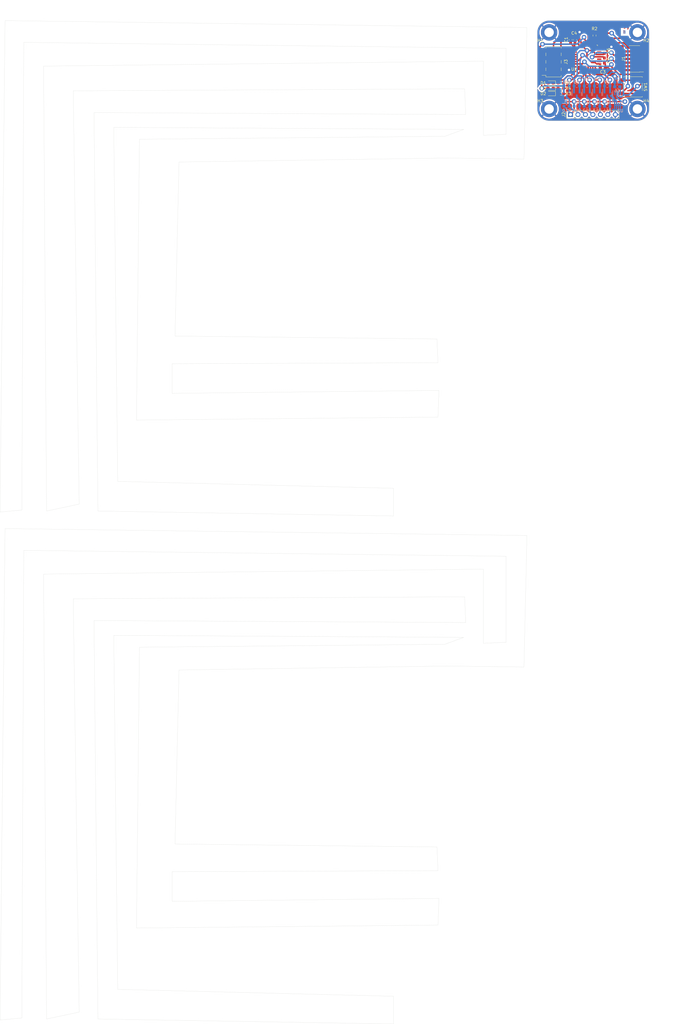
<source format=kicad_pcb>
(kicad_pcb (version 20221018) (generator pcbnew)
  (layers (0 "F.Cu" signal) (31 "B.Cu" signal) (34 "B.Paste" user) (35 "F.Paste" user) (36 "B.SilkS" user "B.Silkscreen") (37 "F.SilkS" user "F.Silkscreen") (38 "B.Mask" user) (39 "F.Mask" user) (44 "Edge.Cuts" user))
  (net 0 "")
  (net 1 "+5V-v2-")
  (net 2 "GND-v2-")
  (net 3 "+3.3V-v2-")
  (net 4 "Net-(D1-K)-v2-")
  (net 6 "Net-(D3-K)-v2-")
  (net 7 "Status_LED-v2-")
  (net 8 "Data_Clock_SNES-v2-")
  (net 9 "Data_Latch_SNES-v2-")
  (net 10 "Net-(D2-K)-v2-")
  (net 11 "Serial_Data1_SNES-v2-")
  (net 12 "Serial_Data2_SNES-v2-")
  (net 13 "SPI_Chip_Select-v2-")
  (net 14 "Chip_Enable-v2-")
  (net 15 "SPI_Digital_Input-v2-")
  (net 16 "SPI_Clock-v2-")
  (net 17 "SPI_Digital_Output-v2-")
  (net 18 "IOBit_SNES-v2-")
  (net 19 "Data_Clock_STM32-v2-")
  (net 20 "Data_Latch_STM32-v2-")
  (net 21 "Appairing_Btn-v2-")
  (net 22 "Net-(U2-BP)-v2-")
  (net 23 "SWDIO-v2-")
  (net 24 "SWDCK-v2-")
  (net 27 "NRST-v2-")
  (net 28 "USART2_RX-v2-")
  (net 29 "USART2_TX-v2-")
  (net 30 "Serial_Data1_STM32-v2-")
  (net 31 "IOBit_STM32-v2-")
  (net 32 "Serial_Data2_STM32-v2-")
  (footprint "Resistor_SMD:R_0603_1608Metric_Pad0.98x0.95mm_HandSolder" (layer "F.Cu") (at 203.17 6.32 90)
    (fp_text reference "R2")
    (fp_text value "10k")
  )
  (footprint "Capacitor_SMD:C_0603_1608Metric_Pad1.08x0.95mm_HandSolder" (layer "F.Cu") (at 195.05 7.75 90)
    (fp_text reference "C1")
    (fp_text value "10u")
  )
  (footprint "MountingHole:MountingHole_3.2mm_M3_DIN965_Pad" (layer "F.Cu") (at 187.75 31.25)
    (fp_text reference "H3")
    (fp_text value "MountingHole_Pad")
  )
  (footprint "Capacitor_SMD:C_0603_1608Metric_Pad1.08x0.95mm_HandSolder" (layer "F.Cu") (at 206.51 14.8025 90)
    (fp_text reference "C2")
    (fp_text value "100n")
  )
  (footprint "Connector_PinSocket_2.54mm:PinSocket_2x04_P2.54mm_Vertical_SMD" (layer "F.Cu") (at 189.25 15.25 180)
    (fp_text reference "J3")
    (fp_text value "Conn_01x08_Socket")
  )
  (footprint "MountingHole:MountingHole_3.2mm_M3_DIN965_Pad" (layer "F.Cu") (at 187.75 5.25)
    (fp_text reference "H1")
    (fp_text value "MountingHole_Pad")
  )
  (footprint "Button_Switch_SMD:SW_SPST_B3S-1000" (layer "F.Cu") (at 216.25 23.75 180)
    (fp_text reference "SW1")
    (fp_text value "SW_SPST")
  )
  (footprint "MountingHole:MountingHole_3.2mm_M3_DIN965_Pad" (layer "F.Cu") (at 217.75 31.25)
    (fp_text reference "H4")
    (fp_text value "MountingHole_Pad")
  )
  (footprint "Connector_PinHeader_1.27mm:PinHeader_2x07_P1.27mm_Vertical_SMD" (layer "F.Cu") (at 216.75 14.25 180)
    (fp_text reference "J1")
    (fp_text value "Conn_02x07_Odd_Even")
  )
  (footprint "Diode_SMD:D_0603_1608Metric_Pad1.05x0.95mm_HandSolder" (layer "F.Cu") (at 188.26875 26.05 180)
    (fp_text reference "D2")
    (fp_text value "LED_Small")
  )
  (footprint "Capacitor_SMD:C_0603_1608Metric_Pad1.08x0.95mm_HandSolder" (layer "F.Cu") (at 206.0025 17.19)
    (fp_text reference "C3")
    (fp_text value "100n")
  )
  (footprint "Diode_SMD:D_0603_1608Metric_Pad1.05x0.95mm_HandSolder" (layer "F.Cu") (at 188.26875 22.45 180)
    (fp_text reference "D1")
    (fp_text value "LED_Small")
  )
  (footprint "Diode_SMD:D_0603_1608Metric_Pad1.05x0.95mm_HandSolder" (layer "F.Cu") (at 188.26875 24.25 180)
    (fp_text reference "D3")
    (fp_text value "LED")
  )
  (footprint "Resistor_SMD:R_0603_1608Metric_Pad0.98x0.95mm_HandSolder" (layer "F.Cu") (at 191.76875 22.45)
    (fp_text reference "R1")
    (fp_text value "1k")
  )
  (footprint "Resistor_SMD:R_0603_1608Metric_Pad0.98x0.95mm_HandSolder" (layer "F.Cu") (at 191.76875 24.25)
    (fp_text reference "R4")
    (fp_text value "1k")
  )
  (footprint "MountingHole:MountingHole_3.2mm_M3_DIN965_Pad" (layer "F.Cu") (at 217.75 5.25)
    (fp_text reference "H2")
    (fp_text value "MountingHole_Pad")
  )
  (footprint "Package_QFP:LQFP-32_7x7mm_P0.8mm" (layer "F.Cu") (at 200.6 13.15 180)
    (fp_text reference "U1")
    (fp_text value "STM32L412KBTx")
  )
  (footprint "Connector_PinHeader_2.54mm:PinHeader_1x07_P2.54mm_Vertical" (layer "F.Cu") (at 195 33.15 90)
    (fp_text reference "J2")
    (fp_text value "Conn_01x07_Socket")
  )
  (footprint "Resistor_SMD:R_0603_1608Metric_Pad0.98x0.95mm_HandSolder" (layer "F.Cu") (at 191.76875 26.05)
    (fp_text reference "R3")
    (fp_text value "1k")
  )
  (footprint "Capacitor_SMD:C_0603_1608Metric_Pad1.08x0.95mm_HandSolder" (layer "F.Cu") (at 206.51 11.5 90)
    (fp_text reference "C5")
    (fp_text value "100n")
  )
  (footprint "Capacitor_SMD:C_0603_1608Metric_Pad1.08x0.95mm_HandSolder" (layer "F.Cu") (at 196.55 7.75 90)
    (fp_text reference "C4")
    (fp_text value "100n")
  )
  (footprint "Resistor_SMD:R_0603_1608Metric_Pad0.98x0.95mm_HandSolder" (layer "B.Cu") (at 200.6 23.45)
    (fp_text reference "R7")
    (fp_text value "10k")
  )
  (footprint "Package_TO_SOT_SMD:SOT-23" (layer "B.Cu") (at 204.05 26.15 -90)
    (fp_text reference "Q4")
    (fp_text value "2N7002")
  )
  (footprint "Resistor_SMD:R_0603_1608Metric_Pad0.98x0.95mm_HandSolder" (layer "B.Cu") (at 204.05 30.35)
    (fp_text reference "R13")
    (fp_text value "10k")
  )
  (footprint "Package_TO_SOT_SMD:SOT-23" (layer "B.Cu") (at 207.5 26.15 -90)
    (fp_text reference "Q5")
    (fp_text value "2N7002")
  )
  (footprint "Resistor_SMD:R_0603_1608Metric_Pad0.98x0.95mm_HandSolder" (layer "B.Cu") (at 197.15 30.35)
    (fp_text reference "R11")
    (fp_text value "10k")
  )
  (footprint "Package_TO_SOT_SMD:SOT-23" (layer "B.Cu") (at 200.6 26.15 -90)
    (fp_text reference "Q3")
    (fp_text value "2N7002")
  )
  (footprint "Resistor_SMD:R_0603_1608Metric_Pad0.98x0.95mm_HandSolder" (layer "B.Cu") (at 204.05 23.45)
    (fp_text reference "R8")
    (fp_text value "10k")
  )
  (footprint "Resistor_SMD:R_0603_1608Metric_Pad0.98x0.95mm_HandSolder" (layer "B.Cu") (at 200.6 30.35)
    (fp_text reference "R12")
    (fp_text value "10k")
  )
  (footprint "Resistor_SMD:R_0603_1608Metric_Pad0.98x0.95mm_HandSolder" (layer "B.Cu") (at 193.7 23.45)
    (fp_text reference "R5")
    (fp_text value "10k")
  )
  (footprint "Resistor_SMD:R_0603_1608Metric_Pad0.98x0.95mm_HandSolder" (layer "B.Cu") (at 193.7 30.35)
    (fp_text reference "R10")
    (fp_text value "10k")
  )
  (footprint "Capacitor_SMD:C_0603_1608Metric_Pad1.08x0.95mm_HandSolder" (layer "B.Cu") (at 210.9 23.7 180)
    (fp_text reference "C6")
    (fp_text value "470p")
  )
  (footprint "Package_TO_SOT_SMD:SOT-23" (layer "B.Cu") (at 193.7 26.15 -90)
    (fp_text reference "Q1")
    (fp_text value "2N7002")
  )
  (footprint "Package_SO:MSOP-8_3x3mm_P0.65mm" (layer "B.Cu") (at 211.0125 27.9 -90)
    (fp_text reference "U2")
    (fp_text value "MIC5219-3.3YMM")
  )
  (footprint "Resistor_SMD:R_0603_1608Metric_Pad0.98x0.95mm_HandSolder" (layer "B.Cu") (at 207.5 30.35)
    (fp_text reference "R14")
    (fp_text value "10k")
  )
  (footprint "Resistor_SMD:R_0603_1608Metric_Pad0.98x0.95mm_HandSolder" (layer "B.Cu") (at 197.15 23.45)
    (fp_text reference "R6")
    (fp_text value "10k")
  )
  (footprint "Package_TO_SOT_SMD:SOT-23" (layer "B.Cu") (at 197.15 26.15 -90)
    (fp_text reference "Q2")
    (fp_text value "2N7002")
  )
  (footprint "Resistor_SMD:R_0603_1608Metric_Pad0.98x0.95mm_HandSolder" (layer "B.Cu") (at 207.5 23.45)
    (fp_text reference "R9")
    (fp_text value "10k")
  )
  (footprint "Capacitor_SMD:C_0603_1608Metric_Pad1.08x0.95mm_HandSolder" (layer "B.Cu") (at 210.9 22.2 180)
    (fp_text reference "C7")
    (fp_text value "2.2u")
  )
  (gr_line (start 149.999937 308.38989) (end 150.329937 299.32989) (stroke (width 0.05)) (layer "Edge.Cuts"))
  (gr_line (start 41.209937 330.21989) (end 39.869937 210.00989) (stroke (width 0.05)) (layer "Edge.Cuts"))
  (gr_line (start 8.639937 167.44989) (end 9.309937 8.63989) (stroke (width 0.05)) (layer "Edge.Cuts"))
  (gr_line (start 149.659937 109.36989) (end 60.679937 108.35989) (stroke (width 0.05)) (layer "Edge.Cuts"))
  (gr_line (start 47.589937 309.39989) (end 149.999937 308.38989) (stroke (width 0.05)) (layer "Edge.Cuts"))
  (gr_line (start 62.029937 221.76989) (end 153.019937 220.41989) (stroke (width 0.05)) (layer "Edge.Cuts"))
  (gr_line (start 34.489937 167.78989) (end 134.889937 169.46989) (stroke (width 0.05)) (layer "Edge.Cuts"))
  (gr_line (start 9.309937 8.63989) (end 173.159937 10.64989) (stroke (width 0.05)) (layer "Edge.Cuts"))
  (gr_line (start 153.019937 220.41989) (end 179.209937 220.75989) (stroke (width 0.05)) (layer "Edge.Cuts"))
  (gr_line (start 173.159937 39.85989) (end 165.439937 40.19989) (stroke (width 0.05)) (layer "Edge.Cuts"))
  (gr_arc (start 183.75 5.25) (mid 184.921573 2.421573) (end 187.75 1.25) (stroke (width 0.1)) (layer "Edge.Cuts"))
  (gr_line (start 26.099937 25.08989) (end 159.059937 24.41989) (stroke (width 0.05)) (layer "Edge.Cuts"))
  (gr_arc (start 217.75 1.25) (mid 220.578427 2.421573) (end 221.75 5.25) (stroke (width 0.1)) (layer "Edge.Cuts"))
  (gr_line (start 8.639937 339.94989) (end 9.309937 181.13989) (stroke (width 0.05)) (layer "Edge.Cuts"))
  (gr_line (start 149.999937 289.92989) (end 149.659937 281.86989) (stroke (width 0.05)) (layer "Edge.Cuts"))
  (gr_line (start 59.679937 117.75989) (end 149.999937 117.42989) (stroke (width 0.05)) (layer "Edge.Cuts"))
  (gr_line (start 180.219937 3.59989) (end 2.929937 1.24989) (stroke (width 0.05)) (layer "Edge.Cuts"))
  (gr_line (start 149.999937 117.42989) (end 149.659937 109.36989) (stroke (width 0.05)) (layer "Edge.Cuts"))
  (gr_line (start 59.679937 290.25989) (end 149.999937 289.92989) (stroke (width 0.05)) (layer "Edge.Cuts"))
  (gr_line (start 134.889937 332.56989) (end 41.209937 330.21989) (stroke (width 0.05)) (layer "Edge.Cuts"))
  (gr_line (start 59.679937 127.82989) (end 59.679937 117.75989) (stroke (width 0.05)) (layer "Edge.Cuts"))
  (gr_line (start 173.159937 183.14989) (end 173.159937 212.35989) (stroke (width 0.05)) (layer "Edge.Cuts"))
  (gr_line (start 39.869937 210.00989) (end 158.729937 210.68989) (stroke (width 0.05)) (layer "Edge.Cuts"))
  (gr_line (start 48.599937 214.03989) (end 47.589937 309.39989) (stroke (width 0.05)) (layer "Edge.Cuts"))
  (gr_line (start 33.149937 204.97989) (end 34.489937 340.28989) (stroke (width 0.05)) (layer "Edge.Cuts"))
  (gr_line (start 152.349937 40.53989) (end 48.599937 41.53989) (stroke (width 0.05)) (layer "Edge.Cuts"))
  (gr_line (start 173.159937 10.64989) (end 173.159937 39.85989) (stroke (width 0.05)) (layer "Edge.Cuts"))
  (gr_line (start 159.059937 24.41989) (end 159.399937 33.14989) (stroke (width 0.05)) (layer "Edge.Cuts"))
  (gr_line (start 187.75 1.25) (end 217.75 1.25) (stroke (width 0.1)) (layer "Edge.Cuts"))
  (gr_line (start 16.029937 189.19989) (end 17.039937 340.28989) (stroke (width 0.05)) (layer "Edge.Cuts"))
  (gr_line (start 159.059937 196.91989) (end 159.399937 205.64989) (stroke (width 0.05)) (layer "Edge.Cuts"))
  (gr_line (start 28.119937 337.93989) (end 26.099937 197.58989) (stroke (width 0.05)) (layer "Edge.Cuts"))
  (gr_line (start 60.679937 108.35989) (end 62.029937 49.26989) (stroke (width 0.05)) (layer "Edge.Cuts"))
  (gr_line (start 134.889937 160.06989) (end 41.209937 157.71989) (stroke (width 0.05)) (layer "Edge.Cuts"))
  (gr_line (start 47.589937 136.89989) (end 149.999937 135.88989) (stroke (width 0.05)) (layer "Edge.Cuts"))
  (gr_line (start 179.209937 220.75989) (end 180.219937 176.09989) (stroke (width 0.05)) (layer "Edge.Cuts"))
  (gr_line (start 39.869937 37.50989) (end 158.729937 38.18989) (stroke (width 0.05)) (layer "Edge.Cuts"))
  (gr_line (start 28.119937 165.43989) (end 26.099937 25.08989) (stroke (width 0.05)) (layer "Edge.Cuts"))
  (gr_line (start 1.249937 168.12989) (end 8.639937 167.44989) (stroke (width 0.05)) (layer "Edge.Cuts"))
  (gr_line (start 17.039937 167.78989) (end 28.119937 165.43989) (stroke (width 0.05)) (layer "Edge.Cuts"))
  (gr_line (start 149.999937 135.88989) (end 150.329937 126.82989) (stroke (width 0.05)) (layer "Edge.Cuts"))
  (gr_line (start 41.209937 157.71989) (end 39.869937 37.50989) (stroke (width 0.05)) (layer "Edge.Cuts"))
  (gr_line (start 165.439937 15.01989) (end 16.029937 16.69989) (stroke (width 0.05)) (layer "Edge.Cuts"))
  (gr_line (start 165.439937 212.69989) (end 165.439937 187.51989) (stroke (width 0.05)) (layer "Edge.Cuts"))
  (gr_line (start 165.439937 40.19989) (end 165.439937 15.01989) (stroke (width 0.05)) (layer "Edge.Cuts"))
  (gr_line (start 48.599937 41.53989) (end 47.589937 136.89989) (stroke (width 0.05)) (layer "Edge.Cuts"))
  (gr_arc (start 221.75 31.25) (mid 220.578427 34.078427) (end 217.75 35.25) (stroke (width 0.1)) (layer "Edge.Cuts"))
  (gr_line (start 60.679937 280.85989) (end 62.029937 221.76989) (stroke (width 0.05)) (layer "Edge.Cuts"))
  (gr_line (start 17.039937 340.28989) (end 28.119937 337.93989) (stroke (width 0.05)) (layer "Edge.Cuts"))
  (gr_line (start 2.929937 1.24989) (end 1.249937 168.12989) (stroke (width 0.05)) (layer "Edge.Cuts"))
  (gr_line (start 2.929937 173.74989) (end 1.249937 340.62989) (stroke (width 0.05)) (layer "Edge.Cuts"))
  (gr_line (start 33.149937 32.47989) (end 34.489937 167.78989) (stroke (width 0.05)) (layer "Edge.Cuts"))
  (gr_line (start 150.329937 299.32989) (end 59.679937 300.32989) (stroke (width 0.05)) (layer "Edge.Cuts"))
  (gr_line (start 149.659937 281.86989) (end 60.679937 280.85989) (stroke (width 0.05)) (layer "Edge.Cuts"))
  (gr_line (start 159.399937 33.14989) (end 33.149937 32.47989) (stroke (width 0.05)) (layer "Edge.Cuts"))
  (gr_line (start 152.349937 213.03989) (end 48.599937 214.03989) (stroke (width 0.05)) (layer "Edge.Cuts"))
  (gr_line (start 183.75 31.25) (end 183.75 5.25) (stroke (width 0.1)) (layer "Edge.Cuts"))
  (gr_line (start 221.75 5.25) (end 221.75 31.25) (stroke (width 0.1)) (layer "Edge.Cuts"))
  (gr_line (start 26.099937 197.58989) (end 159.059937 196.91989) (stroke (width 0.05)) (layer "Edge.Cuts"))
  (gr_line (start 158.729937 210.68989) (end 152.349937 213.03989) (stroke (width 0.05)) (layer "Edge.Cuts"))
  (gr_line (start 134.889937 341.96989) (end 134.889937 332.56989) (stroke (width 0.05)) (layer "Edge.Cuts"))
  (gr_arc (start 187.75 35.25) (mid 184.921573 34.078427) (end 183.75 31.25) (stroke (width 0.1)) (layer "Edge.Cuts"))
  (gr_line (start 180.219937 176.09989) (end 2.929937 173.74989) (stroke (width 0.05)) (layer "Edge.Cuts"))
  (gr_line (start 34.489937 340.28989) (end 134.889937 341.96989) (stroke (width 0.05)) (layer "Edge.Cuts"))
  (gr_line (start 134.889937 169.46989) (end 134.889937 160.06989) (stroke (width 0.05)) (layer "Edge.Cuts"))
  (gr_line (start 165.439937 187.51989) (end 16.029937 189.19989) (stroke (width 0.05)) (layer "Edge.Cuts"))
  (gr_line (start 159.399937 205.64989) (end 33.149937 204.97989) (stroke (width 0.05)) (layer "Edge.Cuts"))
  (gr_line (start 9.309937 181.13989) (end 173.159937 183.14989) (stroke (width 0.05)) (layer "Edge.Cuts"))
  (gr_line (start 1.249937 340.62989) (end 8.639937 339.94989) (stroke (width 0.05)) (layer "Edge.Cuts"))
  (gr_line (start 158.729937 38.18989) (end 152.349937 40.53989) (stroke (width 0.05)) (layer "Edge.Cuts"))
  (gr_line (start 179.209937 48.25989) (end 180.219937 3.59989) (stroke (width 0.05)) (layer "Edge.Cuts"))
  (gr_line (start 16.029937 16.69989) (end 17.039937 167.78989) (stroke (width 0.05)) (layer "Edge.Cuts"))
  (gr_line (start 59.679937 300.32989) (end 59.679937 290.25989) (stroke (width 0.05)) (layer "Edge.Cuts"))
  (gr_line (start 217.75 35.25) (end 187.75 35.25) (stroke (width 0.1)) (layer "Edge.Cuts"))
  (gr_line (start 173.159937 212.35989) (end 165.439937 212.69989) (stroke (width 0.05)) (layer "Edge.Cuts"))
  (gr_line (start 62.029937 49.26989) (end 153.019937 47.91989) (stroke (width 0.05)) (layer "Edge.Cuts"))
  (gr_line (start 153.019937 47.91989) (end 179.209937 48.25989) (stroke (width 0.05)) (layer "Edge.Cuts"))
  (gr_line (start 150.329937 126.82989) (end 59.679937 127.82989) (stroke (width 0.05)) (layer "Edge.Cuts"))
  (gr_text "T" (at 212.75 5.75) (layer "F.Cu") (effects (font (size 1 1)) (justify left bottom)))
  (gr_text "SNES Plug" (at 205.75 3.75) (layer "F.Cu") (effects (font (size 1 1)) (justify left bottom)))
  (gr_text "B" (at 212.75 5.75) (layer "B.Cu") (effects (font (size 1 1)) (justify left bottom)))
  (segment (start 196.2375 28.75) (end 196.2375 31.9125) (width 0.5) (layer "F.Cu") (net 1))
  (segment (start 191.5 28.75) (end 196.2375 28.75) (width 0.5) (layer "F.Cu") (net 1))
  (segment (start 196.2375 28.75) (end 199.6875 28.75) (width 0.3) (layer "F.Cu") (net 1))
  (segment (start 206.5875 28.75) (end 213.5 28.75) (width 0.5) (layer "F.Cu") (net 1))
  (segment (start 203.1375 28.75) (end 206.5875 28.75) (width 0.5) (layer "F.Cu") (net 1))
  (segment (start 187.39375 26.05) (end 187.39375 26.084561) (width 0.5) (layer "F.Cu") (net 1))
  (segment (start 196.2375 31.9125) (end 195 33.15) (width 0.5) (layer "F.Cu") (net 1))
  (segment (start 188.809189 27.5) (end 190.25 27.5) (width 0.5) (layer "F.Cu") (net 1))
  (segment (start 203.1375 28.75) (end 199.6875 28.75) (width 0.5) (layer "F.Cu") (net 1))
  (segment (start 187.39375 26.084561) (end 188.809189 27.5) (width 0.5) (layer "F.Cu") (net 1))
  (segment (start 190.25 27.5) (end 191.5 28.75) (width 0.5) (layer "F.Cu") (net 1))
  (via (at 203.1375 28.75) (size 1.6) (drill 0.8) (layers "F.Cu" "B.Cu") (net 1))
  (via (at 206.5875 28.75) (size 1.6) (drill 0.8) (layers "F.Cu" "B.Cu") (net 1))
  (via (at 213.5 28.75) (size 1.6) (drill 0.8) (layers "F.Cu" "B.Cu") (net 1))
  (via (at 199.6875 28.75) (size 1.6) (drill 0.8) (layers "F.Cu" "B.Cu") (net 1))
  (via (at 196.2375 28.75) (size 1.6) (drill 0.8) (layers "F.Cu" "B.Cu") (net 1))
  (segment (start 203.1375 28.75) (end 203.1375 30.35) (width 0.5) (layer "B.Cu") (net 1))
  (segment (start 199.6875 28.75) (end 199.6875 30.35) (width 0.5) (layer "B.Cu") (net 1))
  (segment (start 195 33.15) (end 195 32.5625) (width 0.5) (layer "B.Cu") (net 1))
  (segment (start 210.6875 25.7875) (end 210.6875 27.230761) (width 0.3) (layer "B.Cu") (net 1))
  (segment (start 195 32.5625) (end 192.7875 30.35) (width 0.5) (layer "B.Cu") (net 1))
  (segment (start 213.5 28.75) (end 213.4 28.65) (width 0.5) (layer "B.Cu") (net 1))
  (segment (start 213.4 28.65) (end 212.106739 28.65) (width 0.5) (layer "B.Cu") (net 1))
  (segment (start 206.5875 28.75) (end 206.5875 30.35) (width 0.5) (layer "B.Cu") (net 1))
  (segment (start 196.2375 30.35) (end 196.2375 28.75) (width 0.5) (layer "B.Cu") (net 1))
  (segment (start 212.106739 28.65) (end 210.6875 27.230761) (width 0.5) (layer "B.Cu") (net 1))
  (segment (start 206.51 15.665) (end 206.51 15.591193) (width 0.5) (layer "F.Cu") (net 2))
  (segment (start 196.55 6.7) (end 198.1 5.15) (width 0.5) (layer "F.Cu") (net 2))
  (segment (start 195.05 6.8875) (end 196.55 6.8875) (width 0.5) (layer "F.Cu") (net 2))
  (segment (start 207.535 11.6625) (end 206.51 10.6375) (width 0.5) (layer "F.Cu") (net 2))
  (segment (start 205.84 18.215) (end 206.865 17.19) (width 0.5) (layer "F.Cu") (net 2))
  (segment (start 197.8 5.45) (end 197.8 8.975) (width 0.5) (layer "F.Cu") (net 2))
  (segment (start 206.51 15.591193) (end 207.535 14.566193) (width 0.5) (layer "F.Cu") (net 2))
  (segment (start 193.44 19.06) (end 191.77 19.06) (width 0.5) (layer "F.Cu") (net 2))
  (segment (start 208.899189 10.15) (end 208.411689 10.6375) (width 0.5) (layer "F.Cu") (net 2))
  (segment (start 206.865 16.02) (end 206.51 15.665) (width 0.5) (layer "F.Cu") (net 2))
  (segment (start 206.865 17.19) (end 206.865 16.02) (width 0.5) (layer "F.Cu") (net 2))
  (segment (start 203.4 17.325) (end 204.29 18.215) (width 0.5) (layer "F.Cu") (net 2))
  (segment (start 207.535 14.566193) (end 207.535 11.6625) (width 0.5) (layer "F.Cu") (net 2))
  (segment (start 198.1 5.15) (end 197.8 5.45) (width 0.5) (layer "F.Cu") (net 2))
  (segment (start 208.411689 10.6375) (end 206.51 10.6375) (width 0.5) (layer "F.Cu") (net 2))
  (segment (start 204.29 18.215) (end 205.84 18.215) (width 0.5) (layer "F.Cu") (net 2))
  (segment (start 196.55 6.8875) (end 196.55 6.7) (width 0.5) (layer "F.Cu") (net 2))
  (segment (start 194.5 18) (end 193.44 19.06) (width 0.5) (layer "F.Cu") (net 2))
  (via (at 198.1 5.15) (size 1.6) (drill 0.8) (layers "F.Cu" "B.Cu") (net 2))
  (via (at 194.5 18) (size 1.6) (drill 0.8) (layers "F.Cu" "B.Cu") (net 2))
  (via (at 210.0375 20.15) (size 1.6) (drill 0.8) (layers "F.Cu" "B.Cu") (net 2))
  (via (at 208.899189 10.15) (size 1.6) (drill 0.8) (layers "F.Cu" "B.Cu") (net 2))
  (segment (start 206.15 10.15) (end 201.15 5.15) (width 0.5) (layer "B.Cu") (net 2))
  (segment (start 210.0375 22.2) (end 210.0375 20.15) (width 0.5) (layer "B.Cu") (net 2))
  (segment (start 210.0375 22.2) (end 210.0375 23.7) (width 0.5) (layer "B.Cu") (net 2))
  (segment (start 201.15 5.15) (end 198.1 5.15) (width 0.5) (layer "B.Cu") (net 2))
  (segment (start 208.899189 10.15) (end 206.15 10.15) (width 0.5) (layer "B.Cu") (net 2))
  (segment (start 210.0375 20.1875) (end 210 20.15) (width 0.5) (layer "B.Cu") (net 2))
  (segment (start 217.75 23.5) (end 218.225 23.5) (width 0.5) (layer "F.Cu") (net 3))
  (segment (start 196.425 10.35) (end 196.425 8.7375) (width 0.5) (layer "F.Cu") (net 3))
  (segment (start 196.425 8.7375) (end 196.55 8.6125) (width 0.5) (layer "F.Cu") (net 3))
  (segment (start 220.75 20.975) (end 220.75 17.14) (width 0.5) (layer "F.Cu") (net 3))
  (segment (start 185.25 24.25) (end 185.25 20.54) (width 0.5) (layer "F.Cu") (net 3))
  (segment (start 203.870406 15.95) (end 203.420406 15.5) (width 0.5) (layer "F.Cu") (net 3))
  (segment (start 203.75 12.75) (end 202.4 11.4) (width 0.5) (layer "F.Cu") (net 3))
  (segment (start 220.225 21.5) (end 220.75 20.975) (width 0.5) (layer "F.Cu") (net 3))
  (segment (start 187.39375 24.25) (end 185.25 24.25) (width 0.5) (layer "F.Cu") (net 3))
  (segment (start 206.51 12.3625) (end 206.1225 12.75) (width 0.5) (layer "F.Cu") (net 3))
  (segment (start 204.775 15.95) (end 203.870406 15.95) (width 0.5) (layer "F.Cu") (net 3))
  (segment (start 203.420406 15.5) (end 202.290811 15.5) (width 0.5) (layer "F.Cu") (net 3))
  (segment (start 195.05 8.6125) (end 195.05 8.975) (width 0.5) (layer "F.Cu") (net 3))
  (segment (start 218.7 16.79) (end 220.4 16.79) (width 0.5) (layer "F.Cu") (net 3))
  (segment (start 220.4 16.79) (end 220.75 17.14) (width 0.5) (layer "F.Cu") (net 3))
  (segment (start 200.6 11.4) (end 199.55 10.35) (width 0.5) (layer "F.Cu") (net 3))
  (segment (start 212.275 21.5) (end 220.225 21.5) (width 0.5) (layer "F.Cu") (net 3))
  (segment (start 205.14 16.315) (end 204.775 15.95) (width 0.5) (layer "F.Cu") (net 3))
  (segment (start 202.290811 15.5) (end 200.6 13.809189) (width 0.5) (layer "F.Cu") (net 3))
  (segment (start 205.14 17.19) (end 205.14 16.315) (width 0.5) (layer "F.Cu") (net 3))
  (segment (start 199.55 10.35) (end 196.425 10.35) (width 0.5) (layer "F.Cu") (net 3))
  (segment (start 202.4 11.4) (end 200.6 11.4) (width 0.5) (layer "F.Cu") (net 3))
  (segment (start 218.225 23.5) (end 220.225 21.5) (width 0.5) (layer "F.Cu") (net 3))
  (segment (start 195.05 8.975) (end 196.425 10.35) (width 0.5) (layer "F.Cu") (net 3))
  (segment (start 206.1225 12.75) (end 204.775 12.75) (width 0.5) (layer "F.Cu") (net 3))
  (segment (start 204.775 12.75) (end 203.75 12.75) (width 0.5) (layer "F.Cu") (net 3))
  (segment (start 200.6 13.809189) (end 200.6 11.4) (width 0.5) (layer "F.Cu") (net 3))
  (segment (start 185.25 20.54) (end 186.73 19.06) (width 0.5) (layer "F.Cu") (net 3))
  (via (at 217.75 23.5) (size 1.6) (drill 0.8) (layers "F.Cu" "B.Cu") (net 3))
  (via (at 185.25 24.25) (size 1.6) (drill 0.8) (layers "F.Cu" "B.Cu") (net 3))
  (via (at 200.6 11.4) (size 1.6) (drill 0.8) (layers "F.Cu" "B.Cu") (net 3))
  (segment (start 192.7875 21.315811) (end 194.053311 20.05) (width 0.5) (layer "B.Cu") (net 3))
  (segment (start 192.7875 23.45) (end 192.7875 21.315811) (width 0.5) (layer "B.Cu") (net 3))
  (segment (start 206.5875 21.115811) (end 205.521689 20.05) (width 0.5) (layer "B.Cu") (net 3))
  (segment (start 199.65 25.2125) (end 199.65 23.4875) (width 0.5) (layer "B.Cu") (net 3))
  (segment (start 211.7625 19.965811) (end 210.596689 18.8) (width 0.5) (layer "B.Cu") (net 3))
  (segment (start 213 26.506739) (end 213 22.75) (width 0.5) (layer "B.Cu") (net 3))
  (segment (start 203.1 25.2125) (end 203.1 23.4875) (width 0.5) (layer "B.Cu") (net 3))
  (segment (start 204.203311 20.05) (end 203.1375 21.115811) (width 0.5) (layer "B.Cu") (net 3))
  (segment (start 211.3375 26.727817) (end 211.759683 27.15) (width 0.3) (layer "B.Cu") (net 3))
  (segment (start 185.25 24.25) (end 186.05 23.45) (width 0.5) (layer "B.Cu") (net 3))
  (segment (start 203.1375 21.115811) (end 203.1375 23.45) (width 0.5) (layer "B.Cu") (net 3))
  (segment (start 200.6 11.4) (end 198.35 11.4) (width 0.5) (layer "B.Cu") (net 3))
  (segment (start 192.75 25.2125) (end 192.75 23.4875) (width 0.5) (layer "B.Cu") (net 3))
  (segment (start 196.2375 21.115811) (end 196.2375 23.45) (width 0.5) (layer "B.Cu") (net 3))
  (segment (start 206.5875 23.45) (end 206.5875 21.115811) (width 0.5) (layer "B.Cu") (net 3))
  (segment (start 196.2 23.4875) (end 196.2375 23.45) (width 0.5) (layer "B.Cu") (net 3))
  (segment (start 214.743261 26.506739) (end 217.75 23.5) (width 0.5) (layer "B.Cu") (net 3))
  (segment (start 194.053311 20.05) (end 195.171689 20.05) (width 0.5) (layer "B.Cu") (net 3))
  (segment (start 210.596689 18.8) (end 208.903311 18.8) (width 0.5) (layer "B.Cu") (net 3))
  (segment (start 203.1 23.4875) (end 203.1375 23.45) (width 0.5) (layer "B.Cu") (net 3))
  (segment (start 186.05 23.45) (end 192.7875 23.45) (width 0.5) (layer "B.Cu") (net 3))
  (segment (start 212.45 22.2) (end 211.7625 22.2) (width 0.5) (layer "B.Cu") (net 3))
  (segment (start 198.35 11.4) (end 197.303311 12.446689) (width 0.5) (layer "B.Cu") (net 3))
  (segment (start 197.303311 12.446689) (end 197.303311 20.05) (width 0.5) (layer "B.Cu") (net 3))
  (segment (start 208.903311 18.8) (end 206.5875 21.115811) (width 0.5) (layer "B.Cu") (net 3))
  (segment (start 212.356739 27.15) (end 211.759683 27.15) (width 0.5) (layer "B.Cu") (net 3))
  (segment (start 200.753311 20.05) (end 202.071689 20.05) (width 0.5) (layer "B.Cu") (net 3))
  (segment (start 199.6875 23.45) (end 199.6875 21.115811) (width 0.5) (layer "B.Cu") (net 3))
  (segment (start 213 26.506739) (end 212.356739 27.15) (width 0.5) (layer "B.Cu") (net 3))
  (segment (start 199.6875 21.115811) (end 198.621689 20.05) (width 0.5) (layer "B.Cu") (net 3))
  (segment (start 199.65 23.4875) (end 199.6875 23.45) (width 0.5) (layer "B.Cu") (net 3))
  (segment (start 211.3375 25.7875) (end 211.3375 26.727817) (width 0.3) (layer "B.Cu") (net 3))
  (segment (start 206.55 23.4875) (end 206.5875 23.45) (width 0.5) (layer "B.Cu") (net 3))
  (segment (start 192.75 23.4875) (end 192.7875 23.45) (width 0.5) (layer "B.Cu") (net 3))
  (segment (start 213 22.75) (end 212.45 22.2) (width 0.5) (layer "B.Cu") (net 3))
  (segment (start 195.171689 20.05) (end 196.2375 21.115811) (width 0.5) (layer "B.Cu") (net 3))
  (segment (start 196.2 25.2125) (end 196.2 23.4875) (width 0.5) (layer "B.Cu") (net 3))
  (segment (start 198.621689 20.05) (end 197.303311 20.05) (width 0.5) (layer "B.Cu") (net 3))
  (segment (start 206.55 25.2125) (end 206.55 23.4875) (width 0.5) (layer "B.Cu") (net 3))
  (segment (start 211.7625 22.2) (end 211.7625 19.965811) (width 0.5) (layer "B.Cu") (net 3))
  (segment (start 205.521689 20.05) (end 204.203311 20.05) (width 0.5) (layer "B.Cu") (net 3))
  (segment (start 197.303311 20.05) (end 196.2375 21.115811) (width 0.5) (layer "B.Cu") (net 3))
  (segment (start 214.743261 26.506739) (end 213 26.506739) (width 0.5) (layer "B.Cu") (net 3))
  (segment (start 199.6875 21.115811) (end 200.753311 20.05) (width 0.5) (layer "B.Cu") (net 3))
  (segment (start 202.071689 20.05) (end 203.1375 21.115811) (width 0.5) (layer "B.Cu") (net 3))
  (segment (start 190.85625 22.45) (end 189.14375 22.45) (width 0.5) (layer "F.Cu") (net 4))
  (segment (start 190.85625 24.25) (end 189.14375 24.25) (width 0.5) (layer "F.Cu") (net 6))
  (segment (start 195.125 20) (end 197.8 17.325) (width 0.5) (layer "F.Cu") (net 7))
  (segment (start 192.575 21.425) (end 194 20) (width 0.5) (layer "F.Cu") (net 7))
  (segment (start 188.41875 21.425) (end 192.575 21.425) (width 0.5) (layer "F.Cu") (net 7))
  (segment (start 194 20) (end 195.125 20) (width 0.5) (layer "F.Cu") (net 7))
  (segment (start 187.39375 22.45) (end 188.41875 21.425) (width 0.5) (layer "F.Cu") (net 7))
  (segment (start 196.75 31.75) (end 196.0125 31.75) (width 0.5) (layer "B.Cu") (net 8))
  (segment (start 196.0125 31.75) (end 194.6125 30.35) (width 0.5) (layer "B.Cu") (net 8))
  (segment (start 194.6125 28) (end 193.7 27.0875) (width 0.5) (layer "B.Cu") (net 8))
  (segment (start 197.54 32.54) (end 196.75 31.75) (width 0.5) (layer "B.Cu") (net 8))
  (segment (start 197.54 33.15) (end 197.54 32.54) (width 0.5) (layer "B.Cu") (net 8))
  (segment (start 194.6125 30.35) (end 194.6125 28) (width 0.5) (layer "B.Cu") (net 8))
  (segment (start 198.0625 28) (end 197.15 27.0875) (width 0.5) (layer "B.Cu") (net 9))
  (segment (start 198.0625 30.35) (end 198.0625 28) (width 0.5) (layer "B.Cu") (net 9))
  (segment (start 198.0625 30.35) (end 198.0625 31.2125) (width 0.5) (layer "B.Cu") (net 9))
  (segment (start 198.0625 31.2125) (end 200 33.15) (width 0.5) (layer "B.Cu") (net 9))
  (segment (start 189.14375 26.05) (end 190.85625 26.05) (width 0.5) (layer "F.Cu") (net 10))
  (segment (start 201.5125 32.1625) (end 202.5 33.15) (width 0.5) (layer "B.Cu") (net 11))
  (segment (start 201.5125 30.35) (end 201.5125 32.1625) (width 0.5) (layer "B.Cu") (net 11))
  (segment (start 201.5125 30.35) (end 201.5125 28) (width 0.5) (layer "B.Cu") (net 11))
  (segment (start 201.5125 28) (end 200.6 27.0875) (width 0.5) (layer "B.Cu") (net 11))
  (segment (start 204.9625 28) (end 204.05 27.0875) (width 0.5) (layer "B.Cu") (net 12))
  (segment (start 204.9625 33.1125) (end 205 33.15) (width 0.5) (layer "B.Cu") (net 12))
  (segment (start 204.9625 30.35) (end 204.9625 33.1125) (width 0.5) (layer "B.Cu") (net 12))
  (segment (start 204.9625 30.35) (end 204.9625 28) (width 0.5) (layer "B.Cu") (net 12))
  (segment (start 193.5 15.25) (end 188 15.25) (width 0.5) (layer "F.Cu") (net 13))
  (segment (start 188 15.25) (end 186.73 16.52) (width 0.5) (layer "F.Cu") (net 13))
  (segment (start 194 12) (end 194 14.75) (width 0.5) (layer "F.Cu") (net 13))
  (segment (start 194 14.75) (end 193.5 15.25) (width 0.5) (layer "F.Cu") (net 13))
  (segment (start 196.425 11.15) (end 194.85 11.15) (width 0.5) (layer "F.Cu") (net 13))
  (segment (start 194.85 11.15) (end 194 12) (width 0.5) (layer "F.Cu") (net 13))
  (segment (start 195.520406 11.95) (end 196.425 11.95) (width 0.5) (layer "F.Cu") (net 14))
  (segment (start 191.77 16.52) (end 194.23 16.52) (width 0.5) (layer "F.Cu") (net 14))
  (segment (start 194.23 16.52) (end 195.125 15.625) (width 0.5) (layer "F.Cu") (net 14))
  (segment (start 195.125 15.625) (end 195.125 12.345406) (width 0.5) (layer "F.Cu") (net 14))
  (segment (start 195.125 12.345406) (end 195.520406 11.95) (width 0.5) (layer "F.Cu") (net 14))
  (segment (start 196.486307 3.8) (end 198.8 3.8) (width 0.5) (layer "F.Cu") (net 15))
  (segment (start 191.77 8.516307) (end 196.486307 3.8) (width 0.5) (layer "F.Cu") (net 15))
  (segment (start 198.8 3.8) (end 201 6) (width 0.5) (layer "F.Cu") (net 15))
  (segment (start 191.77 11.44) (end 191.77 8.516307) (width 0.5) (layer "F.Cu") (net 15))
  (segment (start 201 6) (end 201 8.975) (width 0.5) (layer "F.Cu") (net 15))
  (segment (start 189.25 9) (end 195.75 2.5) (width 0.5) (layer "F.Cu") (net 16))
  (segment (start 201.8 4.55) (end 201.8 8.975) (width 0.5) (layer "F.Cu") (net 16))
  (segment (start 189.25 12.46) (end 189.25 9) (width 0.5) (layer "F.Cu") (net 16))
  (segment (start 199.75 2.5) (end 201.8 4.55) (width 0.5) (layer "F.Cu") (net 16))
  (segment (start 190.77 13.98) (end 189.25 12.46) (width 0.5) (layer "F.Cu") (net 16))
  (segment (start 195.75 2.5) (end 199.75 2.5) (width 0.5) (layer "F.Cu") (net 16))
  (segment (start 191.77 13.98) (end 190.77 13.98) (width 0.5) (layer "F.Cu") (net 16))
  (segment (start 200.2 8.070406) (end 200.2 8.975) (width 0.5) (layer "F.Cu") (net 17))
  (segment (start 199.6 7.470406) (end 200.2 8.070406) (width 0.5) (layer "F.Cu") (net 17))
  (segment (start 186.73 13.98) (end 185.73 13.98) (width 0.5) (layer "F.Cu") (net 17))
  (segment (start 199.6 6.9) (end 199.6 7.470406) (width 0.5) (layer "F.Cu") (net 17))
  (segment (start 184.68 10.07) (end 185.5 9.25) (width 0.5) (layer "F.Cu") (net 17))
  (segment (start 185.73 13.98) (end 184.68 12.93) (width 0.5) (layer "F.Cu") (net 17))
  (segment (start 184.68 12.93) (end 184.68 10.07) (width 0.5) (layer "F.Cu") (net 17))
  (via (at 185.5 9.25) (size 1.6) (drill 0.8) (layers "F.Cu" "B.Cu") (net 17))
  (via (at 199.6 6.9) (size 1.6) (drill 0.8) (layers "F.Cu" "B.Cu") (net 17))
  (segment (start 185.5 9.25) (end 197.25 9.25) (width 0.5) (layer "B.Cu") (net 17))
  (segment (start 197.25 9.25) (end 199.6 6.9) (width 0.5) (layer "B.Cu") (net 17))
  (segment (start 208.4125 28) (end 207.5 27.0875) (width 0.5) (layer "B.Cu") (net 18))
  (segment (start 208.4125 30.35) (end 208.4125 32.2375) (width 0.5) (layer "B.Cu") (net 18))
  (segment (start 208.4125 30.35) (end 208.4125 28) (width 0.5) (layer "B.Cu") (net 18))
  (segment (start 208.4125 32.2375) (end 207.5 33.15) (width 0.5) (layer "B.Cu") (net 18))
  (segment (start 194.6125 21.4) (end 195.429594 21.4) (width 0.5) (layer "F.Cu") (net 19))
  (segment (start 198.6 18.229594) (end 198.6 17.325) (width 0.5) (layer "F.Cu") (net 19))
  (segment (start 195.429594 21.4) (end 198.6 18.229594) (width 0.5) (layer "F.Cu") (net 19))
  (via (at 194.6125 21.4) (size 1.6) (drill 0.8) (layers "F.Cu" "B.Cu") (net 19))
  (segment (start 194.6125 23.45) (end 194.6125 21.4) (width 0.5) (layer "B.Cu") (net 19))
  (segment (start 194.65 23.4875) (end 194.6125 23.45) (width 0.5) (layer "B.Cu") (net 19))
  (segment (start 194.65 25.2125) (end 194.65 23.4875) (width 0.5) (layer "B.Cu") (net 19))
  (segment (start 198.0625 21.4) (end 199.4 20.0625) (width 0.5) (layer "F.Cu") (net 20))
  (segment (start 199.4 20.0625) (end 199.4 17.325) (width 0.5) (layer "F.Cu") (net 20))
  (via (at 198.0625 21.4) (size 1.6) (drill 0.8) (layers "F.Cu" "B.Cu") (net 20))
  (segment (start 198.0625 23.45) (end 198.0625 21.4) (width 0.5) (layer "B.Cu") (net 20))
  (segment (start 198.1 25.2125) (end 198.1 23.4875) (width 0.5) (layer "B.Cu") (net 20))
  (segment (start 198.1 23.4875) (end 198.0625 23.45) (width 0.5) (layer "B.Cu") (net 20))
  (segment (start 202.6 8.975) (end 202.6 7.8025) (width 0.5) (layer "F.Cu") (net 21))
  (segment (start 214.5 23.5) (end 214.5 23.75) (width 0.5) (layer "F.Cu") (net 21))
  (segment (start 214.5 23.75) (end 212.275 25.975) (width 0.5) (layer "F.Cu") (net 21))
  (segment (start 202.6 7.8025) (end 203.17 7.2325) (width 0.5) (layer "F.Cu") (net 21))
  (segment (start 209 5.5) (end 204.9025 5.5) (width 0.5) (layer "F.Cu") (net 21))
  (segment (start 212.275 25.975) (end 212.275 26) (width 0.5) (layer "F.Cu") (net 21))
  (segment (start 220.225 26) (end 212.275 26) (width 0.5) (layer "F.Cu") (net 21))
  (segment (start 204.9025 5.5) (end 203.17 7.2325) (width 0.5) (layer "F.Cu") (net 21))
  (via (at 214.5 23.5) (size 1.6) (drill 0.8) (layers "F.Cu" "B.Cu") (net 21))
  (via (at 209 5.5) (size 1.6) (drill 0.8) (layers "F.Cu" "B.Cu") (net 21))
  (segment (start 214.5 11) (end 209 5.5) (width 0.5) (layer "B.Cu") (net 21))
  (segment (start 214.5 23.5) (end 214.5 11) (width 0.5) (layer "B.Cu") (net 21))
  (segment (start 211.9875 23.925) (end 211.7625 23.7) (width 0.3) (layer "B.Cu") (net 22))
  (segment (start 211.9875 25.7875) (end 211.9875 23.925) (width 0.3) (layer "B.Cu") (net 22))
  (segment (start 196.425 15.15) (end 197.329594 15.15) (width 0.5) (layer "F.Cu") (net 23))
  (segment (start 214.8 18.06) (end 212.809189 18.06) (width 0.5) (layer "F.Cu") (net 23))
  (segment (start 197.329594 15.15) (end 199.1 13.379594) (width 0.5) (layer "F.Cu") (net 23))
  (segment (start 199.1 13.379594) (end 199.1 13) (width 0.5) (layer "F.Cu") (net 23))
  (segment (start 212.809189 18.06) (end 208.899189 14.15) (width 0.5) (layer "F.Cu") (net 23))
  (via (at 208.899189 14.15) (size 1.6) (drill 0.8) (layers "F.Cu" "B.Cu") (net 23))
  (via (at 199.1 13) (size 1.6) (drill 0.8) (layers "F.Cu" "B.Cu") (net 23))
  (segment (start 199.1 13) (end 199.75 13) (width 0.5) (layer "B.Cu") (net 23))
  (segment (start 208.049189 15) (end 208.899189 14.15) (width 0.5) (layer "B.Cu") (net 23))
  (segment (start 201.75 15) (end 208.049189 15) (width 0.5) (layer "B.Cu") (net 23))
  (segment (start 199.75 13) (end 201.75 15) (width 0.5) (layer "B.Cu") (net 23))
  (segment (start 208.899189 16.899189) (end 208.899189 16.15) (width 0.5) (layer "F.Cu") (net 24))
  (segment (start 218.7 18.06) (end 217.87 18.06) (width 0.5) (layer "F.Cu") (net 24))
  (segment (start 199.05 15.95) (end 196.425 15.95) (width 0.5) (layer "F.Cu") (net 24))
  (segment (start 217.87 18.06) (end 216.43 19.5) (width 0.5) (layer "F.Cu") (net 24))
  (segment (start 211.5 19.5) (end 208.899189 16.899189) (width 0.5) (layer "F.Cu") (net 24))
  (segment (start 199.75 15.25) (end 199.05 15.95) (width 0.5) (layer "F.Cu") (net 24))
  (segment (start 216.43 19.5) (end 211.5 19.5) (width 0.5) (layer "F.Cu") (net 24))
  (via (at 199.75 15.25) (size 1.6) (drill 0.8) (layers "F.Cu" "B.Cu") (net 24))
  (via (at 208.899189 16.15) (size 1.6) (drill 0.8) (layers "F.Cu" "B.Cu") (net 24))
  (segment (start 208.299189 16.75) (end 208.899189 16.15) (width 0.5) (layer "B.Cu") (net 24))
  (segment (start 201.25 16.75) (end 208.299189 16.75) (width 0.5) (layer "B.Cu") (net 24))
  (segment (start 199.75 15.25) (end 201.25 16.75) (width 0.5) (layer "B.Cu") (net 24))
  (segment (start 206.51 13.94) (end 206.12 13.55) (width 0.5) (layer "F.Cu") (net 27))
  (segment (start 214.8 12.98) (end 209.729189 12.98) (width 0.5) (layer "F.Cu") (net 27))
  (segment (start 209.729189 12.98) (end 208.899189 12.15) (width 0.5) (layer "F.Cu") (net 27))
  (segment (start 202.45 13.55) (end 202.35 13.65) (width 0.5) (layer "F.Cu") (net 27))
  (segment (start 206.12 13.55) (end 204.775 13.55) (width 0.5) (layer "F.Cu") (net 27))
  (segment (start 204.775 13.55) (end 202.45 13.55) (width 0.5) (layer "F.Cu") (net 27))
  (via (at 208.899189 12.15) (size 1.6) (drill 0.8) (layers "F.Cu" "B.Cu") (net 27))
  (via (at 202.35 13.65) (size 1.6) (drill 0.8) (layers "F.Cu" "B.Cu") (net 27))
  (segment (start 208.899189 12.15) (end 203.85 12.15) (width 0.5) (layer "B.Cu") (net 27))
  (segment (start 203.85 12.15) (end 202.35 13.65) (width 0.5) (layer "B.Cu") (net 27))
  (segment (start 205.125 7.25) (end 214.28 7.25) (width 0.5) (layer "F.Cu") (net 28))
  (segment (start 214.28 7.25) (end 216.75 9.72) (width 0.5) (layer "F.Cu") (net 28))
  (segment (start 216.75 9.72) (end 216.75 11.25) (width 0.5) (layer "F.Cu") (net 28))
  (segment (start 216.29 11.71) (end 214.8 11.71) (width 0.5) (layer "F.Cu") (net 28))
  (segment (start 216.75 11.25) (end 216.29 11.71) (width 0.5) (layer "F.Cu") (net 28))
  (segment (start 203.4 8.975) (end 205.125 7.25) (width 0.5) (layer "F.Cu") (net 28))
  (segment (start 214.8 10.44) (end 213.16 8.8) (width 0.5) (layer "F.Cu") (net 29))
  (segment (start 213.16 8.8) (end 206.325 8.8) (width 0.5) (layer "F.Cu") (net 29))
  (segment (start 206.325 8.8) (end 204.775 10.35) (width 0.5) (layer "F.Cu") (net 29))
  (segment (start 200.2 20.0875) (end 201.5125 21.4) (width 0.5) (layer "F.Cu") (net 30))
  (segment (start 200.2 17.325) (end 200.2 20.0875) (width 0.5) (layer "F.Cu") (net 30))
  (via (at 201.5125 21.4) (size 1.6) (drill 0.8) (layers "F.Cu" "B.Cu") (net 30))
  (segment (start 201.5125 23.45) (end 201.5125 21.4) (width 0.5) (layer "B.Cu") (net 30))
  (segment (start 201.55 25.2125) (end 201.55 23.4875) (width 0.5) (layer "B.Cu") (net 30))
  (segment (start 201.55 23.4875) (end 201.5125 23.45) (width 0.5) (layer "B.Cu") (net 30))
  (segment (start 202.789036 19.55) (end 201.8 18.560964) (width 0.5) (layer "F.Cu") (net 31))
  (segment (start 206.5625 19.55) (end 202.789036 19.55) (width 0.5) (layer "F.Cu") (net 31))
  (segment (start 201.8 18.560964) (end 201.8 17.325) (width 0.5) (layer "F.Cu") (net 31))
  (segment (start 208.4125 21.4) (end 206.5625 19.55) (width 0.5) (layer "F.Cu") (net 31))
  (via (at 208.4125 21.4) (size 1.6) (drill 0.8) (layers "F.Cu" "B.Cu") (net 31))
  (segment (start 208.45 23.4875) (end 208.4125 23.45) (width 0.5) (layer "B.Cu") (net 31))
  (segment (start 208.45 25.2125) (end 208.45 23.4875) (width 0.5) (layer "B.Cu") (net 31))
  (segment (start 208.4125 23.45) (end 208.4125 21.4) (width 0.5) (layer "B.Cu") (net 31))
  (segment (start 204.9625 21.4) (end 203.421689 21.4) (width 0.5) (layer "F.Cu") (net 32))
  (segment (start 203.421689 21.4) (end 201 18.978311) (width 0.5) (layer "F.Cu") (net 32))
  (segment (start 201 18.978311) (end 201 17.325) (width 0.5) (layer "F.Cu") (net 32))
  (via (at 204.9625 21.4) (size 1.6) (drill 0.8) (layers "F.Cu" "B.Cu") (net 32))
  (segment (start 205 25.2125) (end 205 23.4875) (width 0.5) (layer "B.Cu") (net 32))
  (segment (start 204.9625 23.45) (end 204.9625 21.4) (width 0.5) (layer "B.Cu") (net 32))
  (segment (start 205 23.4875) (end 204.9625 23.45) (width 0.5) (layer "B.Cu") (net 32))
  (zone (net 2) (net_name "GND-v2-") (layer "F.Cu") (connect_pads (clearance 0.5)) (min_thickness 0.25) (fill yes (thermal_gap 0.5) (thermal_bridge_width 0.5))
    (polygon (pts (xy 183.75 1.25) (xy 221.75 1.25) (xy 221.75 35.25) (xy 183.75 35.25)))
  )
  (zone (net 2) (net_name "GND-v2-") (layer "B.Cu") (priority 1) (connect_pads (clearance 0.5)) (min_thickness 0.25) (fill yes (thermal_gap 0.5) (thermal_bridge_width 0.5))
    (polygon (pts (xy 183.75 1.25) (xy 221.75 1.25) (xy 221.75 35.25) (xy 183.75 35.25)))
  )
)
</source>
